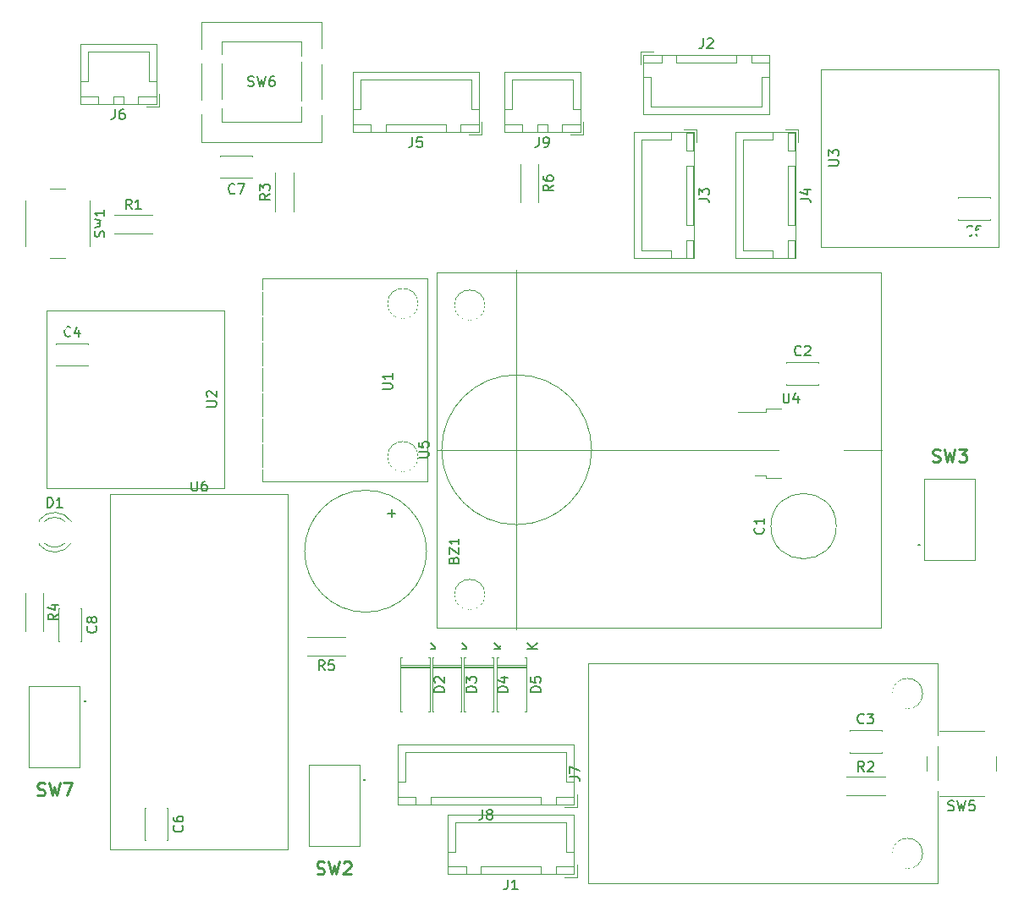
<source format=gto>
G04 #@! TF.GenerationSoftware,KiCad,Pcbnew,(5.1.10)-1*
G04 #@! TF.CreationDate,2021-11-09T22:33:31+09:00*
G04 #@! TF.ProjectId,Heracles.main,48657261-636c-4657-932e-6d61696e2e6b,rev?*
G04 #@! TF.SameCoordinates,Original*
G04 #@! TF.FileFunction,Legend,Top*
G04 #@! TF.FilePolarity,Positive*
%FSLAX46Y46*%
G04 Gerber Fmt 4.6, Leading zero omitted, Abs format (unit mm)*
G04 Created by KiCad (PCBNEW (5.1.10)-1) date 2021-11-09 22:33:31*
%MOMM*%
%LPD*%
G01*
G04 APERTURE LIST*
%ADD10C,0.120000*%
%ADD11C,0.100000*%
%ADD12C,0.200000*%
%ADD13C,0.150000*%
%ADD14C,0.254000*%
%ADD15C,1.700000*%
%ADD16O,2.500000X1.700000*%
%ADD17C,3.000000*%
%ADD18C,1.600000*%
%ADD19R,1.600000X1.600000*%
%ADD20O,2.200000X2.200000*%
%ADD21R,2.200000X2.200000*%
%ADD22O,1.700000X1.950000*%
%ADD23R,6.400000X5.800000*%
%ADD24R,2.200000X1.200000*%
%ADD25C,1.635000*%
%ADD26C,2.000000*%
%ADD27O,1.400000X1.400000*%
%ADD28C,1.400000*%
%ADD29O,1.700000X2.000000*%
%ADD30O,1.950000X1.700000*%
%ADD31C,1.800000*%
%ADD32R,1.800000X1.800000*%
G04 APERTURE END LIST*
D10*
X111217000Y-67595000D02*
X123217000Y-67595000D01*
X111217000Y-55595000D02*
X111217000Y-67595000D01*
X123217000Y-55595000D02*
X111217000Y-55595000D01*
X123217000Y-67595000D02*
X123217000Y-55595000D01*
X121217000Y-65595000D02*
X121217000Y-57595000D01*
X121217000Y-57595000D02*
X113217000Y-57595000D01*
X113217000Y-57595000D02*
X113217000Y-65595000D01*
X113217000Y-65595000D02*
X121217000Y-65595000D01*
X117344000Y-81280000D02*
X117344000Y-101600000D01*
X117344000Y-101600000D02*
X133854000Y-101600000D01*
X133854000Y-101600000D02*
X133854000Y-81280000D01*
X133854000Y-81280000D02*
X117344000Y-81280000D01*
X132854000Y-83780000D02*
G75*
G03*
X132854000Y-83780000I-1500000J0D01*
G01*
X132854000Y-99100000D02*
G75*
G03*
X132854000Y-99100000I-1500000J0D01*
G01*
X102104000Y-102870000D02*
X102104000Y-138430000D01*
X119884000Y-102870000D02*
X102104000Y-102870000D01*
X119884000Y-138430000D02*
X119884000Y-102870000D01*
X102104000Y-138430000D02*
X119884000Y-138430000D01*
X133735000Y-108575000D02*
G75*
G03*
X133735000Y-108575000I-6100000J0D01*
G01*
X143580000Y-119200000D02*
X143710000Y-119200000D01*
X143710000Y-119200000D02*
X143710000Y-124640000D01*
X143710000Y-124640000D02*
X143580000Y-124640000D01*
X140900000Y-119200000D02*
X140770000Y-119200000D01*
X140770000Y-119200000D02*
X140770000Y-124640000D01*
X140770000Y-124640000D02*
X140900000Y-124640000D01*
X143710000Y-120100000D02*
X140770000Y-120100000D01*
X143710000Y-120220000D02*
X140770000Y-120220000D01*
X143710000Y-119980000D02*
X140770000Y-119980000D01*
X140274000Y-119200000D02*
X140404000Y-119200000D01*
X140404000Y-119200000D02*
X140404000Y-124640000D01*
X140404000Y-124640000D02*
X140274000Y-124640000D01*
X137594000Y-119200000D02*
X137464000Y-119200000D01*
X137464000Y-119200000D02*
X137464000Y-124640000D01*
X137464000Y-124640000D02*
X137594000Y-124640000D01*
X140404000Y-120100000D02*
X137464000Y-120100000D01*
X140404000Y-120220000D02*
X137464000Y-120220000D01*
X140404000Y-119980000D02*
X137464000Y-119980000D01*
X137099000Y-119200000D02*
X137229000Y-119200000D01*
X137229000Y-119200000D02*
X137229000Y-124640000D01*
X137229000Y-124640000D02*
X137099000Y-124640000D01*
X134419000Y-119200000D02*
X134289000Y-119200000D01*
X134289000Y-119200000D02*
X134289000Y-124640000D01*
X134289000Y-124640000D02*
X134419000Y-124640000D01*
X137229000Y-120100000D02*
X134289000Y-120100000D01*
X137229000Y-120220000D02*
X134289000Y-120220000D01*
X137229000Y-119980000D02*
X134289000Y-119980000D01*
X133924000Y-119200000D02*
X134054000Y-119200000D01*
X134054000Y-119200000D02*
X134054000Y-124640000D01*
X134054000Y-124640000D02*
X133924000Y-124640000D01*
X131244000Y-119200000D02*
X131114000Y-119200000D01*
X131114000Y-119200000D02*
X131114000Y-124640000D01*
X131114000Y-124640000D02*
X131244000Y-124640000D01*
X134054000Y-120100000D02*
X131114000Y-120100000D01*
X134054000Y-120220000D02*
X131114000Y-120220000D01*
X134054000Y-119980000D02*
X131114000Y-119980000D01*
X134744000Y-98420000D02*
X134744000Y-80640000D01*
X134744000Y-80640000D02*
X179194000Y-80640000D01*
X179194000Y-80640000D02*
X179194000Y-116200000D01*
X179194000Y-116200000D02*
X134744000Y-116200000D01*
X134744000Y-116200000D02*
X134744000Y-98420000D01*
X139546000Y-83942000D02*
G75*
G03*
X139546000Y-83942000I-1500000J0D01*
G01*
X139546000Y-112898000D02*
G75*
G03*
X139546000Y-112898000I-1500000J0D01*
G01*
X150244000Y-98420000D02*
G75*
G03*
X150244000Y-98420000I-7500000J0D01*
G01*
X134744000Y-98420000D02*
X179244000Y-98420000D01*
X142744000Y-116420000D02*
X142744000Y-80420000D01*
X148479000Y-133905000D02*
X148479000Y-127935000D01*
X148479000Y-127935000D02*
X130859000Y-127935000D01*
X130859000Y-127935000D02*
X130859000Y-133905000D01*
X130859000Y-133905000D02*
X148479000Y-133905000D01*
X145169000Y-133895000D02*
X145169000Y-133145000D01*
X145169000Y-133145000D02*
X134169000Y-133145000D01*
X134169000Y-133145000D02*
X134169000Y-133895000D01*
X134169000Y-133895000D02*
X145169000Y-133895000D01*
X148469000Y-133895000D02*
X148469000Y-133145000D01*
X148469000Y-133145000D02*
X146669000Y-133145000D01*
X146669000Y-133145000D02*
X146669000Y-133895000D01*
X146669000Y-133895000D02*
X148469000Y-133895000D01*
X132669000Y-133895000D02*
X132669000Y-133145000D01*
X132669000Y-133145000D02*
X130869000Y-133145000D01*
X130869000Y-133145000D02*
X130869000Y-133895000D01*
X130869000Y-133895000D02*
X132669000Y-133895000D01*
X148469000Y-131645000D02*
X147719000Y-131645000D01*
X147719000Y-131645000D02*
X147719000Y-128695000D01*
X147719000Y-128695000D02*
X139669000Y-128695000D01*
X130869000Y-131645000D02*
X131619000Y-131645000D01*
X131619000Y-131645000D02*
X131619000Y-128695000D01*
X131619000Y-128695000D02*
X139669000Y-128695000D01*
X147519000Y-134195000D02*
X148769000Y-134195000D01*
X148769000Y-134195000D02*
X148769000Y-132945000D01*
X169210000Y-94340000D02*
X167710000Y-94340000D01*
X167710000Y-94340000D02*
X167710000Y-94610000D01*
X167710000Y-94610000D02*
X164880000Y-94610000D01*
X169210000Y-101240000D02*
X167710000Y-101240000D01*
X167710000Y-101240000D02*
X167710000Y-100970000D01*
X167710000Y-100970000D02*
X166610000Y-100970000D01*
X173224000Y-78105000D02*
X173224000Y-60325000D01*
X173224000Y-60325000D02*
X191004000Y-60325000D01*
X191004000Y-60325000D02*
X191004000Y-78105000D01*
X191004000Y-78105000D02*
X173224000Y-78105000D01*
X113534000Y-84455000D02*
X113534000Y-102235000D01*
X113534000Y-102235000D02*
X95754000Y-102235000D01*
X95754000Y-102235000D02*
X95754000Y-84455000D01*
X95754000Y-84455000D02*
X113534000Y-84455000D01*
D11*
X99056000Y-122046000D02*
X93976000Y-122046000D01*
X93976000Y-122046000D02*
X93976000Y-130176000D01*
X93976000Y-130176000D02*
X99056000Y-130176000D01*
X99056000Y-130176000D02*
X99056000Y-122046000D01*
D12*
X99616000Y-123571000D02*
X99616000Y-123571000D01*
X99516000Y-123571000D02*
X99516000Y-123571000D01*
X99616000Y-123571000D02*
X99616000Y-123571000D01*
X99516000Y-123571000D02*
G75*
G02*
X99616000Y-123571000I50000J0D01*
G01*
X99616000Y-123571000D02*
G75*
G02*
X99516000Y-123571000I-50000J0D01*
G01*
X99516000Y-123571000D02*
G75*
G02*
X99616000Y-123571000I50000J0D01*
G01*
D10*
X189500000Y-126580000D02*
X185000000Y-126580000D01*
X190750000Y-130580000D02*
X190750000Y-129080000D01*
X185000000Y-133080000D02*
X189500000Y-133080000D01*
X183750000Y-129080000D02*
X183750000Y-130580000D01*
D11*
X183515000Y-109475000D02*
X188595000Y-109475000D01*
X188595000Y-109475000D02*
X188595000Y-101345000D01*
X188595000Y-101345000D02*
X183515000Y-101345000D01*
X183515000Y-101345000D02*
X183515000Y-109475000D01*
D12*
X182955000Y-107950000D02*
X182955000Y-107950000D01*
X183055000Y-107950000D02*
X183055000Y-107950000D01*
X182955000Y-107950000D02*
X182955000Y-107950000D01*
X183055000Y-107950000D02*
G75*
G02*
X182955000Y-107950000I-50000J0D01*
G01*
X182955000Y-107950000D02*
G75*
G02*
X183055000Y-107950000I50000J0D01*
G01*
X183055000Y-107950000D02*
G75*
G02*
X182955000Y-107950000I-50000J0D01*
G01*
D11*
X127000000Y-129920000D02*
X121920000Y-129920000D01*
X121920000Y-129920000D02*
X121920000Y-138050000D01*
X121920000Y-138050000D02*
X127000000Y-138050000D01*
X127000000Y-138050000D02*
X127000000Y-129920000D01*
D12*
X127560000Y-131445000D02*
X127560000Y-131445000D01*
X127460000Y-131445000D02*
X127460000Y-131445000D01*
X127560000Y-131445000D02*
X127560000Y-131445000D01*
X127460000Y-131445000D02*
G75*
G02*
X127560000Y-131445000I50000J0D01*
G01*
X127560000Y-131445000D02*
G75*
G02*
X127460000Y-131445000I-50000J0D01*
G01*
X127460000Y-131445000D02*
G75*
G02*
X127560000Y-131445000I50000J0D01*
G01*
D10*
X93556000Y-73517000D02*
X93556000Y-78017000D01*
X97556000Y-72267000D02*
X96056000Y-72267000D01*
X100056000Y-78017000D02*
X100056000Y-73517000D01*
X96056000Y-79267000D02*
X97556000Y-79267000D01*
X144934000Y-69835000D02*
X144934000Y-73675000D01*
X143094000Y-69835000D02*
X143094000Y-73675000D01*
X125614000Y-117190000D02*
X121774000Y-117190000D01*
X125614000Y-119030000D02*
X121774000Y-119030000D01*
X95404000Y-112761000D02*
X95404000Y-116601000D01*
X93564000Y-112761000D02*
X93564000Y-116601000D01*
X118583000Y-74564000D02*
X118583000Y-70724000D01*
X120423000Y-74564000D02*
X120423000Y-70724000D01*
X175749000Y-131160000D02*
X179589000Y-131160000D01*
X175749000Y-133000000D02*
X179589000Y-133000000D01*
X102470000Y-74899000D02*
X106310000Y-74899000D01*
X102470000Y-76739000D02*
X106310000Y-76739000D01*
X149114000Y-66595000D02*
X149114000Y-60625000D01*
X149114000Y-60625000D02*
X141494000Y-60625000D01*
X141494000Y-60625000D02*
X141494000Y-66595000D01*
X141494000Y-66595000D02*
X149114000Y-66595000D01*
X145804000Y-66585000D02*
X145804000Y-65835000D01*
X145804000Y-65835000D02*
X144804000Y-65835000D01*
X144804000Y-65835000D02*
X144804000Y-66585000D01*
X144804000Y-66585000D02*
X145804000Y-66585000D01*
X149104000Y-66585000D02*
X149104000Y-65835000D01*
X149104000Y-65835000D02*
X147304000Y-65835000D01*
X147304000Y-65835000D02*
X147304000Y-66585000D01*
X147304000Y-66585000D02*
X149104000Y-66585000D01*
X143304000Y-66585000D02*
X143304000Y-65835000D01*
X143304000Y-65835000D02*
X141504000Y-65835000D01*
X141504000Y-65835000D02*
X141504000Y-66585000D01*
X141504000Y-66585000D02*
X143304000Y-66585000D01*
X149104000Y-64335000D02*
X148354000Y-64335000D01*
X148354000Y-64335000D02*
X148354000Y-61385000D01*
X148354000Y-61385000D02*
X145304000Y-61385000D01*
X141504000Y-64335000D02*
X142254000Y-64335000D01*
X142254000Y-64335000D02*
X142254000Y-61385000D01*
X142254000Y-61385000D02*
X145304000Y-61385000D01*
X148154000Y-66885000D02*
X149404000Y-66885000D01*
X149404000Y-66885000D02*
X149404000Y-65635000D01*
X183360000Y-122810000D02*
G75*
G03*
X183360000Y-122810000I-1500000J0D01*
G01*
X183360000Y-138810000D02*
G75*
G03*
X183360000Y-138810000I-1500000J0D01*
G01*
X149860000Y-141810000D02*
X149860000Y-130810000D01*
X184860000Y-141810000D02*
X149860000Y-141810000D01*
X184860000Y-119810000D02*
X184860000Y-141810000D01*
X149860000Y-119810000D02*
X184860000Y-119810000D01*
X149860000Y-130810000D02*
X149860000Y-119810000D01*
X106986000Y-64091000D02*
X106986000Y-62841000D01*
X105736000Y-64091000D02*
X106986000Y-64091000D01*
X99836000Y-58591000D02*
X102886000Y-58591000D01*
X99836000Y-61541000D02*
X99836000Y-58591000D01*
X99086000Y-61541000D02*
X99836000Y-61541000D01*
X105936000Y-58591000D02*
X102886000Y-58591000D01*
X105936000Y-61541000D02*
X105936000Y-58591000D01*
X106686000Y-61541000D02*
X105936000Y-61541000D01*
X99086000Y-63791000D02*
X100886000Y-63791000D01*
X99086000Y-63041000D02*
X99086000Y-63791000D01*
X100886000Y-63041000D02*
X99086000Y-63041000D01*
X100886000Y-63791000D02*
X100886000Y-63041000D01*
X104886000Y-63791000D02*
X106686000Y-63791000D01*
X104886000Y-63041000D02*
X104886000Y-63791000D01*
X106686000Y-63041000D02*
X104886000Y-63041000D01*
X106686000Y-63791000D02*
X106686000Y-63041000D01*
X102386000Y-63791000D02*
X103386000Y-63791000D01*
X102386000Y-63041000D02*
X102386000Y-63791000D01*
X103386000Y-63041000D02*
X102386000Y-63041000D01*
X103386000Y-63791000D02*
X103386000Y-63041000D01*
X99076000Y-63801000D02*
X106696000Y-63801000D01*
X99076000Y-57831000D02*
X99076000Y-63801000D01*
X106696000Y-57831000D02*
X99076000Y-57831000D01*
X106696000Y-63801000D02*
X106696000Y-57831000D01*
X138954000Y-66595000D02*
X138954000Y-60625000D01*
X138954000Y-60625000D02*
X126334000Y-60625000D01*
X126334000Y-60625000D02*
X126334000Y-66595000D01*
X126334000Y-66595000D02*
X138954000Y-66595000D01*
X135644000Y-66585000D02*
X135644000Y-65835000D01*
X135644000Y-65835000D02*
X129644000Y-65835000D01*
X129644000Y-65835000D02*
X129644000Y-66585000D01*
X129644000Y-66585000D02*
X135644000Y-66585000D01*
X138944000Y-66585000D02*
X138944000Y-65835000D01*
X138944000Y-65835000D02*
X137144000Y-65835000D01*
X137144000Y-65835000D02*
X137144000Y-66585000D01*
X137144000Y-66585000D02*
X138944000Y-66585000D01*
X128144000Y-66585000D02*
X128144000Y-65835000D01*
X128144000Y-65835000D02*
X126344000Y-65835000D01*
X126344000Y-65835000D02*
X126344000Y-66585000D01*
X126344000Y-66585000D02*
X128144000Y-66585000D01*
X138944000Y-64335000D02*
X138194000Y-64335000D01*
X138194000Y-64335000D02*
X138194000Y-61385000D01*
X138194000Y-61385000D02*
X132644000Y-61385000D01*
X126344000Y-64335000D02*
X127094000Y-64335000D01*
X127094000Y-64335000D02*
X127094000Y-61385000D01*
X127094000Y-61385000D02*
X132644000Y-61385000D01*
X137994000Y-66885000D02*
X139244000Y-66885000D01*
X139244000Y-66885000D02*
X139244000Y-65635000D01*
X170604000Y-66655000D02*
X164634000Y-66655000D01*
X164634000Y-66655000D02*
X164634000Y-79275000D01*
X164634000Y-79275000D02*
X170604000Y-79275000D01*
X170604000Y-79275000D02*
X170604000Y-66655000D01*
X170594000Y-69965000D02*
X169844000Y-69965000D01*
X169844000Y-69965000D02*
X169844000Y-75965000D01*
X169844000Y-75965000D02*
X170594000Y-75965000D01*
X170594000Y-75965000D02*
X170594000Y-69965000D01*
X170594000Y-66665000D02*
X169844000Y-66665000D01*
X169844000Y-66665000D02*
X169844000Y-68465000D01*
X169844000Y-68465000D02*
X170594000Y-68465000D01*
X170594000Y-68465000D02*
X170594000Y-66665000D01*
X170594000Y-77465000D02*
X169844000Y-77465000D01*
X169844000Y-77465000D02*
X169844000Y-79265000D01*
X169844000Y-79265000D02*
X170594000Y-79265000D01*
X170594000Y-79265000D02*
X170594000Y-77465000D01*
X168344000Y-66665000D02*
X168344000Y-67415000D01*
X168344000Y-67415000D02*
X165394000Y-67415000D01*
X165394000Y-67415000D02*
X165394000Y-72965000D01*
X168344000Y-79265000D02*
X168344000Y-78515000D01*
X168344000Y-78515000D02*
X165394000Y-78515000D01*
X165394000Y-78515000D02*
X165394000Y-72965000D01*
X170894000Y-67615000D02*
X170894000Y-66365000D01*
X170894000Y-66365000D02*
X169644000Y-66365000D01*
X160444000Y-66655000D02*
X154474000Y-66655000D01*
X154474000Y-66655000D02*
X154474000Y-79275000D01*
X154474000Y-79275000D02*
X160444000Y-79275000D01*
X160444000Y-79275000D02*
X160444000Y-66655000D01*
X160434000Y-69965000D02*
X159684000Y-69965000D01*
X159684000Y-69965000D02*
X159684000Y-75965000D01*
X159684000Y-75965000D02*
X160434000Y-75965000D01*
X160434000Y-75965000D02*
X160434000Y-69965000D01*
X160434000Y-66665000D02*
X159684000Y-66665000D01*
X159684000Y-66665000D02*
X159684000Y-68465000D01*
X159684000Y-68465000D02*
X160434000Y-68465000D01*
X160434000Y-68465000D02*
X160434000Y-66665000D01*
X160434000Y-77465000D02*
X159684000Y-77465000D01*
X159684000Y-77465000D02*
X159684000Y-79265000D01*
X159684000Y-79265000D02*
X160434000Y-79265000D01*
X160434000Y-79265000D02*
X160434000Y-77465000D01*
X158184000Y-66665000D02*
X158184000Y-67415000D01*
X158184000Y-67415000D02*
X155234000Y-67415000D01*
X155234000Y-67415000D02*
X155234000Y-72965000D01*
X158184000Y-79265000D02*
X158184000Y-78515000D01*
X158184000Y-78515000D02*
X155234000Y-78515000D01*
X155234000Y-78515000D02*
X155234000Y-72965000D01*
X160734000Y-67615000D02*
X160734000Y-66365000D01*
X160734000Y-66365000D02*
X159484000Y-66365000D01*
X155424000Y-58881000D02*
X155424000Y-64851000D01*
X155424000Y-64851000D02*
X168044000Y-64851000D01*
X168044000Y-64851000D02*
X168044000Y-58881000D01*
X168044000Y-58881000D02*
X155424000Y-58881000D01*
X158734000Y-58891000D02*
X158734000Y-59641000D01*
X158734000Y-59641000D02*
X164734000Y-59641000D01*
X164734000Y-59641000D02*
X164734000Y-58891000D01*
X164734000Y-58891000D02*
X158734000Y-58891000D01*
X155434000Y-58891000D02*
X155434000Y-59641000D01*
X155434000Y-59641000D02*
X157234000Y-59641000D01*
X157234000Y-59641000D02*
X157234000Y-58891000D01*
X157234000Y-58891000D02*
X155434000Y-58891000D01*
X166234000Y-58891000D02*
X166234000Y-59641000D01*
X166234000Y-59641000D02*
X168034000Y-59641000D01*
X168034000Y-59641000D02*
X168034000Y-58891000D01*
X168034000Y-58891000D02*
X166234000Y-58891000D01*
X155434000Y-61141000D02*
X156184000Y-61141000D01*
X156184000Y-61141000D02*
X156184000Y-64091000D01*
X156184000Y-64091000D02*
X161734000Y-64091000D01*
X168034000Y-61141000D02*
X167284000Y-61141000D01*
X167284000Y-61141000D02*
X167284000Y-64091000D01*
X167284000Y-64091000D02*
X161734000Y-64091000D01*
X156384000Y-58591000D02*
X155134000Y-58591000D01*
X155134000Y-58591000D02*
X155134000Y-59841000D01*
X148479000Y-140890000D02*
X148479000Y-134920000D01*
X148479000Y-134920000D02*
X135859000Y-134920000D01*
X135859000Y-134920000D02*
X135859000Y-140890000D01*
X135859000Y-140890000D02*
X148479000Y-140890000D01*
X145169000Y-140880000D02*
X145169000Y-140130000D01*
X145169000Y-140130000D02*
X139169000Y-140130000D01*
X139169000Y-140130000D02*
X139169000Y-140880000D01*
X139169000Y-140880000D02*
X145169000Y-140880000D01*
X148469000Y-140880000D02*
X148469000Y-140130000D01*
X148469000Y-140130000D02*
X146669000Y-140130000D01*
X146669000Y-140130000D02*
X146669000Y-140880000D01*
X146669000Y-140880000D02*
X148469000Y-140880000D01*
X137669000Y-140880000D02*
X137669000Y-140130000D01*
X137669000Y-140130000D02*
X135869000Y-140130000D01*
X135869000Y-140130000D02*
X135869000Y-140880000D01*
X135869000Y-140880000D02*
X137669000Y-140880000D01*
X148469000Y-138630000D02*
X147719000Y-138630000D01*
X147719000Y-138630000D02*
X147719000Y-135680000D01*
X147719000Y-135680000D02*
X142169000Y-135680000D01*
X135869000Y-138630000D02*
X136619000Y-138630000D01*
X136619000Y-138630000D02*
X136619000Y-135680000D01*
X136619000Y-135680000D02*
X142169000Y-135680000D01*
X147519000Y-141180000D02*
X148769000Y-141180000D01*
X148769000Y-141180000D02*
X148769000Y-139930000D01*
X94960000Y-105444000D02*
X94960000Y-105600000D01*
X94960000Y-107760000D02*
X94960000Y-107916000D01*
X97561130Y-107759837D02*
G75*
G02*
X95479039Y-107760000I-1041130J1079837D01*
G01*
X97561130Y-105600163D02*
G75*
G03*
X95479039Y-105600000I-1041130J-1079837D01*
G01*
X98192335Y-107758608D02*
G75*
G02*
X94960000Y-107915516I-1672335J1078608D01*
G01*
X98192335Y-105601392D02*
G75*
G03*
X94960000Y-105444484I-1672335J-1078608D01*
G01*
X99160000Y-114311000D02*
X99160000Y-117551000D01*
X96920000Y-114311000D02*
X96920000Y-117551000D01*
X99160000Y-114311000D02*
X99095000Y-114311000D01*
X96985000Y-114311000D02*
X96920000Y-114311000D01*
X99160000Y-117551000D02*
X99095000Y-117551000D01*
X96985000Y-117551000D02*
X96920000Y-117551000D01*
X116317000Y-71224000D02*
X113077000Y-71224000D01*
X116317000Y-68984000D02*
X113077000Y-68984000D01*
X116317000Y-71224000D02*
X116317000Y-71159000D01*
X116317000Y-69049000D02*
X116317000Y-68984000D01*
X113077000Y-71224000D02*
X113077000Y-71159000D01*
X113077000Y-69049000D02*
X113077000Y-68984000D01*
X107800000Y-134250000D02*
X107800000Y-137490000D01*
X105560000Y-134250000D02*
X105560000Y-137490000D01*
X107800000Y-134250000D02*
X107735000Y-134250000D01*
X105625000Y-134250000D02*
X105560000Y-134250000D01*
X107800000Y-137490000D02*
X107735000Y-137490000D01*
X105625000Y-137490000D02*
X105560000Y-137490000D01*
X190104000Y-75415000D02*
X186864000Y-75415000D01*
X190104000Y-73175000D02*
X186864000Y-73175000D01*
X190104000Y-75415000D02*
X190104000Y-75350000D01*
X190104000Y-73240000D02*
X190104000Y-73175000D01*
X186864000Y-75415000D02*
X186864000Y-75350000D01*
X186864000Y-73240000D02*
X186864000Y-73175000D01*
X96654000Y-87780000D02*
X99894000Y-87780000D01*
X96654000Y-90020000D02*
X99894000Y-90020000D01*
X96654000Y-87780000D02*
X96654000Y-87845000D01*
X96654000Y-89955000D02*
X96654000Y-90020000D01*
X99894000Y-87780000D02*
X99894000Y-87845000D01*
X99894000Y-89955000D02*
X99894000Y-90020000D01*
X176029000Y-126515000D02*
X179269000Y-126515000D01*
X176029000Y-128755000D02*
X179269000Y-128755000D01*
X176029000Y-126515000D02*
X176029000Y-126580000D01*
X176029000Y-128690000D02*
X176029000Y-128755000D01*
X179269000Y-126515000D02*
X179269000Y-126580000D01*
X179269000Y-128690000D02*
X179269000Y-128755000D01*
X169719000Y-89685000D02*
X172959000Y-89685000D01*
X169719000Y-91925000D02*
X172959000Y-91925000D01*
X169719000Y-89685000D02*
X169719000Y-89750000D01*
X169719000Y-91860000D02*
X169719000Y-91925000D01*
X172959000Y-89685000D02*
X172959000Y-89750000D01*
X172959000Y-91860000D02*
X172959000Y-91925000D01*
X174720000Y-106065000D02*
G75*
G03*
X174720000Y-106065000I-3270000J0D01*
G01*
D13*
X115883666Y-61999761D02*
X116026523Y-62047380D01*
X116264619Y-62047380D01*
X116359857Y-61999761D01*
X116407476Y-61952142D01*
X116455095Y-61856904D01*
X116455095Y-61761666D01*
X116407476Y-61666428D01*
X116359857Y-61618809D01*
X116264619Y-61571190D01*
X116074142Y-61523571D01*
X115978904Y-61475952D01*
X115931285Y-61428333D01*
X115883666Y-61333095D01*
X115883666Y-61237857D01*
X115931285Y-61142619D01*
X115978904Y-61095000D01*
X116074142Y-61047380D01*
X116312238Y-61047380D01*
X116455095Y-61095000D01*
X116788428Y-61047380D02*
X117026523Y-62047380D01*
X117217000Y-61333095D01*
X117407476Y-62047380D01*
X117645571Y-61047380D01*
X118455095Y-61047380D02*
X118264619Y-61047380D01*
X118169380Y-61095000D01*
X118121761Y-61142619D01*
X118026523Y-61285476D01*
X117978904Y-61475952D01*
X117978904Y-61856904D01*
X118026523Y-61952142D01*
X118074142Y-61999761D01*
X118169380Y-62047380D01*
X118359857Y-62047380D01*
X118455095Y-61999761D01*
X118502714Y-61952142D01*
X118550333Y-61856904D01*
X118550333Y-61618809D01*
X118502714Y-61523571D01*
X118455095Y-61475952D01*
X118359857Y-61428333D01*
X118169380Y-61428333D01*
X118074142Y-61475952D01*
X118026523Y-61523571D01*
X117978904Y-61618809D01*
X129306380Y-92361904D02*
X130115904Y-92361904D01*
X130211142Y-92314285D01*
X130258761Y-92266666D01*
X130306380Y-92171428D01*
X130306380Y-91980952D01*
X130258761Y-91885714D01*
X130211142Y-91838095D01*
X130115904Y-91790476D01*
X129306380Y-91790476D01*
X130306380Y-90790476D02*
X130306380Y-91361904D01*
X130306380Y-91076190D02*
X129306380Y-91076190D01*
X129449238Y-91171428D01*
X129544476Y-91266666D01*
X129592095Y-91361904D01*
X110232095Y-101552380D02*
X110232095Y-102361904D01*
X110279714Y-102457142D01*
X110327333Y-102504761D01*
X110422571Y-102552380D01*
X110613047Y-102552380D01*
X110708285Y-102504761D01*
X110755904Y-102457142D01*
X110803523Y-102361904D01*
X110803523Y-101552380D01*
X111708285Y-101552380D02*
X111517809Y-101552380D01*
X111422571Y-101600000D01*
X111374952Y-101647619D01*
X111279714Y-101790476D01*
X111232095Y-101980952D01*
X111232095Y-102361904D01*
X111279714Y-102457142D01*
X111327333Y-102504761D01*
X111422571Y-102552380D01*
X111613047Y-102552380D01*
X111708285Y-102504761D01*
X111755904Y-102457142D01*
X111803523Y-102361904D01*
X111803523Y-102123809D01*
X111755904Y-102028571D01*
X111708285Y-101980952D01*
X111613047Y-101933333D01*
X111422571Y-101933333D01*
X111327333Y-101980952D01*
X111279714Y-102028571D01*
X111232095Y-102123809D01*
X136453571Y-109465952D02*
X136501190Y-109323095D01*
X136548809Y-109275476D01*
X136644047Y-109227857D01*
X136786904Y-109227857D01*
X136882142Y-109275476D01*
X136929761Y-109323095D01*
X136977380Y-109418333D01*
X136977380Y-109799285D01*
X135977380Y-109799285D01*
X135977380Y-109465952D01*
X136025000Y-109370714D01*
X136072619Y-109323095D01*
X136167857Y-109275476D01*
X136263095Y-109275476D01*
X136358333Y-109323095D01*
X136405952Y-109370714D01*
X136453571Y-109465952D01*
X136453571Y-109799285D01*
X135977380Y-108894523D02*
X135977380Y-108227857D01*
X136977380Y-108894523D01*
X136977380Y-108227857D01*
X136977380Y-107323095D02*
X136977380Y-107894523D01*
X136977380Y-107608809D02*
X135977380Y-107608809D01*
X136120238Y-107704047D01*
X136215476Y-107799285D01*
X136263095Y-107894523D01*
X130246428Y-105145952D02*
X130246428Y-104384047D01*
X130627380Y-104765000D02*
X129865476Y-104765000D01*
X145162380Y-122658095D02*
X144162380Y-122658095D01*
X144162380Y-122420000D01*
X144210000Y-122277142D01*
X144305238Y-122181904D01*
X144400476Y-122134285D01*
X144590952Y-122086666D01*
X144733809Y-122086666D01*
X144924285Y-122134285D01*
X145019523Y-122181904D01*
X145114761Y-122277142D01*
X145162380Y-122420000D01*
X145162380Y-122658095D01*
X144162380Y-121181904D02*
X144162380Y-121658095D01*
X144638571Y-121705714D01*
X144590952Y-121658095D01*
X144543333Y-121562857D01*
X144543333Y-121324761D01*
X144590952Y-121229523D01*
X144638571Y-121181904D01*
X144733809Y-121134285D01*
X144971904Y-121134285D01*
X145067142Y-121181904D01*
X145114761Y-121229523D01*
X145162380Y-121324761D01*
X145162380Y-121562857D01*
X145114761Y-121658095D01*
X145067142Y-121705714D01*
X144792380Y-118371904D02*
X143792380Y-118371904D01*
X144792380Y-117800476D02*
X144220952Y-118229047D01*
X143792380Y-117800476D02*
X144363809Y-118371904D01*
X141856380Y-122658095D02*
X140856380Y-122658095D01*
X140856380Y-122420000D01*
X140904000Y-122277142D01*
X140999238Y-122181904D01*
X141094476Y-122134285D01*
X141284952Y-122086666D01*
X141427809Y-122086666D01*
X141618285Y-122134285D01*
X141713523Y-122181904D01*
X141808761Y-122277142D01*
X141856380Y-122420000D01*
X141856380Y-122658095D01*
X141189714Y-121229523D02*
X141856380Y-121229523D01*
X140808761Y-121467619D02*
X141523047Y-121705714D01*
X141523047Y-121086666D01*
X141486380Y-118371904D02*
X140486380Y-118371904D01*
X141486380Y-117800476D02*
X140914952Y-118229047D01*
X140486380Y-117800476D02*
X141057809Y-118371904D01*
X138681380Y-122658095D02*
X137681380Y-122658095D01*
X137681380Y-122420000D01*
X137729000Y-122277142D01*
X137824238Y-122181904D01*
X137919476Y-122134285D01*
X138109952Y-122086666D01*
X138252809Y-122086666D01*
X138443285Y-122134285D01*
X138538523Y-122181904D01*
X138633761Y-122277142D01*
X138681380Y-122420000D01*
X138681380Y-122658095D01*
X137681380Y-121753333D02*
X137681380Y-121134285D01*
X138062333Y-121467619D01*
X138062333Y-121324761D01*
X138109952Y-121229523D01*
X138157571Y-121181904D01*
X138252809Y-121134285D01*
X138490904Y-121134285D01*
X138586142Y-121181904D01*
X138633761Y-121229523D01*
X138681380Y-121324761D01*
X138681380Y-121610476D01*
X138633761Y-121705714D01*
X138586142Y-121753333D01*
X138311380Y-118371904D02*
X137311380Y-118371904D01*
X138311380Y-117800476D02*
X137739952Y-118229047D01*
X137311380Y-117800476D02*
X137882809Y-118371904D01*
X135506380Y-122658095D02*
X134506380Y-122658095D01*
X134506380Y-122420000D01*
X134554000Y-122277142D01*
X134649238Y-122181904D01*
X134744476Y-122134285D01*
X134934952Y-122086666D01*
X135077809Y-122086666D01*
X135268285Y-122134285D01*
X135363523Y-122181904D01*
X135458761Y-122277142D01*
X135506380Y-122420000D01*
X135506380Y-122658095D01*
X134601619Y-121705714D02*
X134554000Y-121658095D01*
X134506380Y-121562857D01*
X134506380Y-121324761D01*
X134554000Y-121229523D01*
X134601619Y-121181904D01*
X134696857Y-121134285D01*
X134792095Y-121134285D01*
X134934952Y-121181904D01*
X135506380Y-121753333D01*
X135506380Y-121134285D01*
X135136380Y-118371904D02*
X134136380Y-118371904D01*
X135136380Y-117800476D02*
X134564952Y-118229047D01*
X134136380Y-117800476D02*
X134707809Y-118371904D01*
X132946380Y-99181904D02*
X133755904Y-99181904D01*
X133851142Y-99134285D01*
X133898761Y-99086666D01*
X133946380Y-98991428D01*
X133946380Y-98800952D01*
X133898761Y-98705714D01*
X133851142Y-98658095D01*
X133755904Y-98610476D01*
X132946380Y-98610476D01*
X132946380Y-97658095D02*
X132946380Y-98134285D01*
X133422571Y-98181904D01*
X133374952Y-98134285D01*
X133327333Y-98039047D01*
X133327333Y-97800952D01*
X133374952Y-97705714D01*
X133422571Y-97658095D01*
X133517809Y-97610476D01*
X133755904Y-97610476D01*
X133851142Y-97658095D01*
X133898761Y-97705714D01*
X133946380Y-97800952D01*
X133946380Y-98039047D01*
X133898761Y-98134285D01*
X133851142Y-98181904D01*
X139335666Y-134447380D02*
X139335666Y-135161666D01*
X139288047Y-135304523D01*
X139192809Y-135399761D01*
X139049952Y-135447380D01*
X138954714Y-135447380D01*
X139954714Y-134875952D02*
X139859476Y-134828333D01*
X139811857Y-134780714D01*
X139764238Y-134685476D01*
X139764238Y-134637857D01*
X139811857Y-134542619D01*
X139859476Y-134495000D01*
X139954714Y-134447380D01*
X140145190Y-134447380D01*
X140240428Y-134495000D01*
X140288047Y-134542619D01*
X140335666Y-134637857D01*
X140335666Y-134685476D01*
X140288047Y-134780714D01*
X140240428Y-134828333D01*
X140145190Y-134875952D01*
X139954714Y-134875952D01*
X139859476Y-134923571D01*
X139811857Y-134971190D01*
X139764238Y-135066428D01*
X139764238Y-135256904D01*
X139811857Y-135352142D01*
X139859476Y-135399761D01*
X139954714Y-135447380D01*
X140145190Y-135447380D01*
X140240428Y-135399761D01*
X140288047Y-135352142D01*
X140335666Y-135256904D01*
X140335666Y-135066428D01*
X140288047Y-134971190D01*
X140240428Y-134923571D01*
X140145190Y-134875952D01*
X169418095Y-92742380D02*
X169418095Y-93551904D01*
X169465714Y-93647142D01*
X169513333Y-93694761D01*
X169608571Y-93742380D01*
X169799047Y-93742380D01*
X169894285Y-93694761D01*
X169941904Y-93647142D01*
X169989523Y-93551904D01*
X169989523Y-92742380D01*
X170894285Y-93075714D02*
X170894285Y-93742380D01*
X170656190Y-92694761D02*
X170418095Y-93409047D01*
X171037142Y-93409047D01*
X173946380Y-69976904D02*
X174755904Y-69976904D01*
X174851142Y-69929285D01*
X174898761Y-69881666D01*
X174946380Y-69786428D01*
X174946380Y-69595952D01*
X174898761Y-69500714D01*
X174851142Y-69453095D01*
X174755904Y-69405476D01*
X173946380Y-69405476D01*
X173946380Y-69024523D02*
X173946380Y-68405476D01*
X174327333Y-68738809D01*
X174327333Y-68595952D01*
X174374952Y-68500714D01*
X174422571Y-68453095D01*
X174517809Y-68405476D01*
X174755904Y-68405476D01*
X174851142Y-68453095D01*
X174898761Y-68500714D01*
X174946380Y-68595952D01*
X174946380Y-68881666D01*
X174898761Y-68976904D01*
X174851142Y-69024523D01*
X111716380Y-94106904D02*
X112525904Y-94106904D01*
X112621142Y-94059285D01*
X112668761Y-94011666D01*
X112716380Y-93916428D01*
X112716380Y-93725952D01*
X112668761Y-93630714D01*
X112621142Y-93583095D01*
X112525904Y-93535476D01*
X111716380Y-93535476D01*
X111811619Y-93106904D02*
X111764000Y-93059285D01*
X111716380Y-92964047D01*
X111716380Y-92725952D01*
X111764000Y-92630714D01*
X111811619Y-92583095D01*
X111906857Y-92535476D01*
X112002095Y-92535476D01*
X112144952Y-92583095D01*
X112716380Y-93154523D01*
X112716380Y-92535476D01*
D14*
X94822666Y-132975047D02*
X95004095Y-133035523D01*
X95306476Y-133035523D01*
X95427428Y-132975047D01*
X95487904Y-132914571D01*
X95548380Y-132793619D01*
X95548380Y-132672666D01*
X95487904Y-132551714D01*
X95427428Y-132491238D01*
X95306476Y-132430761D01*
X95064571Y-132370285D01*
X94943619Y-132309809D01*
X94883142Y-132249333D01*
X94822666Y-132128380D01*
X94822666Y-132007428D01*
X94883142Y-131886476D01*
X94943619Y-131826000D01*
X95064571Y-131765523D01*
X95366952Y-131765523D01*
X95548380Y-131826000D01*
X95971714Y-131765523D02*
X96274095Y-133035523D01*
X96516000Y-132128380D01*
X96757904Y-133035523D01*
X97060285Y-131765523D01*
X97423142Y-131765523D02*
X98269809Y-131765523D01*
X97725523Y-133035523D01*
D13*
X185916666Y-134484761D02*
X186059523Y-134532380D01*
X186297619Y-134532380D01*
X186392857Y-134484761D01*
X186440476Y-134437142D01*
X186488095Y-134341904D01*
X186488095Y-134246666D01*
X186440476Y-134151428D01*
X186392857Y-134103809D01*
X186297619Y-134056190D01*
X186107142Y-134008571D01*
X186011904Y-133960952D01*
X185964285Y-133913333D01*
X185916666Y-133818095D01*
X185916666Y-133722857D01*
X185964285Y-133627619D01*
X186011904Y-133580000D01*
X186107142Y-133532380D01*
X186345238Y-133532380D01*
X186488095Y-133580000D01*
X186821428Y-133532380D02*
X187059523Y-134532380D01*
X187250000Y-133818095D01*
X187440476Y-134532380D01*
X187678571Y-133532380D01*
X188535714Y-133532380D02*
X188059523Y-133532380D01*
X188011904Y-134008571D01*
X188059523Y-133960952D01*
X188154761Y-133913333D01*
X188392857Y-133913333D01*
X188488095Y-133960952D01*
X188535714Y-134008571D01*
X188583333Y-134103809D01*
X188583333Y-134341904D01*
X188535714Y-134437142D01*
X188488095Y-134484761D01*
X188392857Y-134532380D01*
X188154761Y-134532380D01*
X188059523Y-134484761D01*
X188011904Y-134437142D01*
D14*
X184361666Y-99574047D02*
X184543095Y-99634523D01*
X184845476Y-99634523D01*
X184966428Y-99574047D01*
X185026904Y-99513571D01*
X185087380Y-99392619D01*
X185087380Y-99271666D01*
X185026904Y-99150714D01*
X184966428Y-99090238D01*
X184845476Y-99029761D01*
X184603571Y-98969285D01*
X184482619Y-98908809D01*
X184422142Y-98848333D01*
X184361666Y-98727380D01*
X184361666Y-98606428D01*
X184422142Y-98485476D01*
X184482619Y-98425000D01*
X184603571Y-98364523D01*
X184905952Y-98364523D01*
X185087380Y-98425000D01*
X185510714Y-98364523D02*
X185813095Y-99634523D01*
X186055000Y-98727380D01*
X186296904Y-99634523D01*
X186599285Y-98364523D01*
X186962142Y-98364523D02*
X187748333Y-98364523D01*
X187325000Y-98848333D01*
X187506428Y-98848333D01*
X187627380Y-98908809D01*
X187687857Y-98969285D01*
X187748333Y-99090238D01*
X187748333Y-99392619D01*
X187687857Y-99513571D01*
X187627380Y-99574047D01*
X187506428Y-99634523D01*
X187143571Y-99634523D01*
X187022619Y-99574047D01*
X186962142Y-99513571D01*
X122766666Y-140849047D02*
X122948095Y-140909523D01*
X123250476Y-140909523D01*
X123371428Y-140849047D01*
X123431904Y-140788571D01*
X123492380Y-140667619D01*
X123492380Y-140546666D01*
X123431904Y-140425714D01*
X123371428Y-140365238D01*
X123250476Y-140304761D01*
X123008571Y-140244285D01*
X122887619Y-140183809D01*
X122827142Y-140123333D01*
X122766666Y-140002380D01*
X122766666Y-139881428D01*
X122827142Y-139760476D01*
X122887619Y-139700000D01*
X123008571Y-139639523D01*
X123310952Y-139639523D01*
X123492380Y-139700000D01*
X123915714Y-139639523D02*
X124218095Y-140909523D01*
X124460000Y-140002380D01*
X124701904Y-140909523D01*
X125004285Y-139639523D01*
X125427619Y-139760476D02*
X125488095Y-139700000D01*
X125609047Y-139639523D01*
X125911428Y-139639523D01*
X126032380Y-139700000D01*
X126092857Y-139760476D01*
X126153333Y-139881428D01*
X126153333Y-140002380D01*
X126092857Y-140183809D01*
X125367142Y-140909523D01*
X126153333Y-140909523D01*
D13*
X101460761Y-77100333D02*
X101508380Y-76957476D01*
X101508380Y-76719380D01*
X101460761Y-76624142D01*
X101413142Y-76576523D01*
X101317904Y-76528904D01*
X101222666Y-76528904D01*
X101127428Y-76576523D01*
X101079809Y-76624142D01*
X101032190Y-76719380D01*
X100984571Y-76909857D01*
X100936952Y-77005095D01*
X100889333Y-77052714D01*
X100794095Y-77100333D01*
X100698857Y-77100333D01*
X100603619Y-77052714D01*
X100556000Y-77005095D01*
X100508380Y-76909857D01*
X100508380Y-76671761D01*
X100556000Y-76528904D01*
X100508380Y-76195571D02*
X101508380Y-75957476D01*
X100794095Y-75767000D01*
X101508380Y-75576523D01*
X100508380Y-75338428D01*
X101508380Y-74433666D02*
X101508380Y-75005095D01*
X101508380Y-74719380D02*
X100508380Y-74719380D01*
X100651238Y-74814619D01*
X100746476Y-74909857D01*
X100794095Y-75005095D01*
X146386380Y-71921666D02*
X145910190Y-72255000D01*
X146386380Y-72493095D02*
X145386380Y-72493095D01*
X145386380Y-72112142D01*
X145434000Y-72016904D01*
X145481619Y-71969285D01*
X145576857Y-71921666D01*
X145719714Y-71921666D01*
X145814952Y-71969285D01*
X145862571Y-72016904D01*
X145910190Y-72112142D01*
X145910190Y-72493095D01*
X145386380Y-71064523D02*
X145386380Y-71255000D01*
X145434000Y-71350238D01*
X145481619Y-71397857D01*
X145624476Y-71493095D01*
X145814952Y-71540714D01*
X146195904Y-71540714D01*
X146291142Y-71493095D01*
X146338761Y-71445476D01*
X146386380Y-71350238D01*
X146386380Y-71159761D01*
X146338761Y-71064523D01*
X146291142Y-71016904D01*
X146195904Y-70969285D01*
X145957809Y-70969285D01*
X145862571Y-71016904D01*
X145814952Y-71064523D01*
X145767333Y-71159761D01*
X145767333Y-71350238D01*
X145814952Y-71445476D01*
X145862571Y-71493095D01*
X145957809Y-71540714D01*
X123527333Y-120482380D02*
X123194000Y-120006190D01*
X122955904Y-120482380D02*
X122955904Y-119482380D01*
X123336857Y-119482380D01*
X123432095Y-119530000D01*
X123479714Y-119577619D01*
X123527333Y-119672857D01*
X123527333Y-119815714D01*
X123479714Y-119910952D01*
X123432095Y-119958571D01*
X123336857Y-120006190D01*
X122955904Y-120006190D01*
X124432095Y-119482380D02*
X123955904Y-119482380D01*
X123908285Y-119958571D01*
X123955904Y-119910952D01*
X124051142Y-119863333D01*
X124289238Y-119863333D01*
X124384476Y-119910952D01*
X124432095Y-119958571D01*
X124479714Y-120053809D01*
X124479714Y-120291904D01*
X124432095Y-120387142D01*
X124384476Y-120434761D01*
X124289238Y-120482380D01*
X124051142Y-120482380D01*
X123955904Y-120434761D01*
X123908285Y-120387142D01*
X96856380Y-114847666D02*
X96380190Y-115181000D01*
X96856380Y-115419095D02*
X95856380Y-115419095D01*
X95856380Y-115038142D01*
X95904000Y-114942904D01*
X95951619Y-114895285D01*
X96046857Y-114847666D01*
X96189714Y-114847666D01*
X96284952Y-114895285D01*
X96332571Y-114942904D01*
X96380190Y-115038142D01*
X96380190Y-115419095D01*
X96189714Y-113990523D02*
X96856380Y-113990523D01*
X95808761Y-114228619D02*
X96523047Y-114466714D01*
X96523047Y-113847666D01*
X118035380Y-72810666D02*
X117559190Y-73144000D01*
X118035380Y-73382095D02*
X117035380Y-73382095D01*
X117035380Y-73001142D01*
X117083000Y-72905904D01*
X117130619Y-72858285D01*
X117225857Y-72810666D01*
X117368714Y-72810666D01*
X117463952Y-72858285D01*
X117511571Y-72905904D01*
X117559190Y-73001142D01*
X117559190Y-73382095D01*
X117035380Y-72477333D02*
X117035380Y-71858285D01*
X117416333Y-72191619D01*
X117416333Y-72048761D01*
X117463952Y-71953523D01*
X117511571Y-71905904D01*
X117606809Y-71858285D01*
X117844904Y-71858285D01*
X117940142Y-71905904D01*
X117987761Y-71953523D01*
X118035380Y-72048761D01*
X118035380Y-72334476D01*
X117987761Y-72429714D01*
X117940142Y-72477333D01*
X177502333Y-130612380D02*
X177169000Y-130136190D01*
X176930904Y-130612380D02*
X176930904Y-129612380D01*
X177311857Y-129612380D01*
X177407095Y-129660000D01*
X177454714Y-129707619D01*
X177502333Y-129802857D01*
X177502333Y-129945714D01*
X177454714Y-130040952D01*
X177407095Y-130088571D01*
X177311857Y-130136190D01*
X176930904Y-130136190D01*
X177883285Y-129707619D02*
X177930904Y-129660000D01*
X178026142Y-129612380D01*
X178264238Y-129612380D01*
X178359476Y-129660000D01*
X178407095Y-129707619D01*
X178454714Y-129802857D01*
X178454714Y-129898095D01*
X178407095Y-130040952D01*
X177835666Y-130612380D01*
X178454714Y-130612380D01*
X104223333Y-74351380D02*
X103890000Y-73875190D01*
X103651904Y-74351380D02*
X103651904Y-73351380D01*
X104032857Y-73351380D01*
X104128095Y-73399000D01*
X104175714Y-73446619D01*
X104223333Y-73541857D01*
X104223333Y-73684714D01*
X104175714Y-73779952D01*
X104128095Y-73827571D01*
X104032857Y-73875190D01*
X103651904Y-73875190D01*
X105175714Y-74351380D02*
X104604285Y-74351380D01*
X104890000Y-74351380D02*
X104890000Y-73351380D01*
X104794761Y-73494238D01*
X104699523Y-73589476D01*
X104604285Y-73637095D01*
X144970666Y-67137380D02*
X144970666Y-67851666D01*
X144923047Y-67994523D01*
X144827809Y-68089761D01*
X144684952Y-68137380D01*
X144589714Y-68137380D01*
X145494476Y-68137380D02*
X145684952Y-68137380D01*
X145780190Y-68089761D01*
X145827809Y-68042142D01*
X145923047Y-67899285D01*
X145970666Y-67708809D01*
X145970666Y-67327857D01*
X145923047Y-67232619D01*
X145875428Y-67185000D01*
X145780190Y-67137380D01*
X145589714Y-67137380D01*
X145494476Y-67185000D01*
X145446857Y-67232619D01*
X145399238Y-67327857D01*
X145399238Y-67565952D01*
X145446857Y-67661190D01*
X145494476Y-67708809D01*
X145589714Y-67756428D01*
X145780190Y-67756428D01*
X145875428Y-67708809D01*
X145923047Y-67661190D01*
X145970666Y-67565952D01*
X148042380Y-131143333D02*
X148756666Y-131143333D01*
X148899523Y-131190952D01*
X148994761Y-131286190D01*
X149042380Y-131429047D01*
X149042380Y-131524285D01*
X148042380Y-130762380D02*
X148042380Y-130095714D01*
X149042380Y-130524285D01*
X102552666Y-64343380D02*
X102552666Y-65057666D01*
X102505047Y-65200523D01*
X102409809Y-65295761D01*
X102266952Y-65343380D01*
X102171714Y-65343380D01*
X103457428Y-64343380D02*
X103266952Y-64343380D01*
X103171714Y-64391000D01*
X103124095Y-64438619D01*
X103028857Y-64581476D01*
X102981238Y-64771952D01*
X102981238Y-65152904D01*
X103028857Y-65248142D01*
X103076476Y-65295761D01*
X103171714Y-65343380D01*
X103362190Y-65343380D01*
X103457428Y-65295761D01*
X103505047Y-65248142D01*
X103552666Y-65152904D01*
X103552666Y-64914809D01*
X103505047Y-64819571D01*
X103457428Y-64771952D01*
X103362190Y-64724333D01*
X103171714Y-64724333D01*
X103076476Y-64771952D01*
X103028857Y-64819571D01*
X102981238Y-64914809D01*
X132310666Y-67137380D02*
X132310666Y-67851666D01*
X132263047Y-67994523D01*
X132167809Y-68089761D01*
X132024952Y-68137380D01*
X131929714Y-68137380D01*
X133263047Y-67137380D02*
X132786857Y-67137380D01*
X132739238Y-67613571D01*
X132786857Y-67565952D01*
X132882095Y-67518333D01*
X133120190Y-67518333D01*
X133215428Y-67565952D01*
X133263047Y-67613571D01*
X133310666Y-67708809D01*
X133310666Y-67946904D01*
X133263047Y-68042142D01*
X133215428Y-68089761D01*
X133120190Y-68137380D01*
X132882095Y-68137380D01*
X132786857Y-68089761D01*
X132739238Y-68042142D01*
X171146380Y-73298333D02*
X171860666Y-73298333D01*
X172003523Y-73345952D01*
X172098761Y-73441190D01*
X172146380Y-73584047D01*
X172146380Y-73679285D01*
X171479714Y-72393571D02*
X172146380Y-72393571D01*
X171098761Y-72631666D02*
X171813047Y-72869761D01*
X171813047Y-72250714D01*
X160986380Y-73298333D02*
X161700666Y-73298333D01*
X161843523Y-73345952D01*
X161938761Y-73441190D01*
X161986380Y-73584047D01*
X161986380Y-73679285D01*
X160986380Y-72917380D02*
X160986380Y-72298333D01*
X161367333Y-72631666D01*
X161367333Y-72488809D01*
X161414952Y-72393571D01*
X161462571Y-72345952D01*
X161557809Y-72298333D01*
X161795904Y-72298333D01*
X161891142Y-72345952D01*
X161938761Y-72393571D01*
X161986380Y-72488809D01*
X161986380Y-72774523D01*
X161938761Y-72869761D01*
X161891142Y-72917380D01*
X161400666Y-57243380D02*
X161400666Y-57957666D01*
X161353047Y-58100523D01*
X161257809Y-58195761D01*
X161114952Y-58243380D01*
X161019714Y-58243380D01*
X161829238Y-57338619D02*
X161876857Y-57291000D01*
X161972095Y-57243380D01*
X162210190Y-57243380D01*
X162305428Y-57291000D01*
X162353047Y-57338619D01*
X162400666Y-57433857D01*
X162400666Y-57529095D01*
X162353047Y-57671952D01*
X161781619Y-58243380D01*
X162400666Y-58243380D01*
X141835666Y-141432380D02*
X141835666Y-142146666D01*
X141788047Y-142289523D01*
X141692809Y-142384761D01*
X141549952Y-142432380D01*
X141454714Y-142432380D01*
X142835666Y-142432380D02*
X142264238Y-142432380D01*
X142549952Y-142432380D02*
X142549952Y-141432380D01*
X142454714Y-141575238D01*
X142359476Y-141670476D01*
X142264238Y-141718095D01*
X95781904Y-104172380D02*
X95781904Y-103172380D01*
X96020000Y-103172380D01*
X96162857Y-103220000D01*
X96258095Y-103315238D01*
X96305714Y-103410476D01*
X96353333Y-103600952D01*
X96353333Y-103743809D01*
X96305714Y-103934285D01*
X96258095Y-104029523D01*
X96162857Y-104124761D01*
X96020000Y-104172380D01*
X95781904Y-104172380D01*
X97305714Y-104172380D02*
X96734285Y-104172380D01*
X97020000Y-104172380D02*
X97020000Y-103172380D01*
X96924761Y-103315238D01*
X96829523Y-103410476D01*
X96734285Y-103458095D01*
X100647142Y-116097666D02*
X100694761Y-116145285D01*
X100742380Y-116288142D01*
X100742380Y-116383380D01*
X100694761Y-116526238D01*
X100599523Y-116621476D01*
X100504285Y-116669095D01*
X100313809Y-116716714D01*
X100170952Y-116716714D01*
X99980476Y-116669095D01*
X99885238Y-116621476D01*
X99790000Y-116526238D01*
X99742380Y-116383380D01*
X99742380Y-116288142D01*
X99790000Y-116145285D01*
X99837619Y-116097666D01*
X100170952Y-115526238D02*
X100123333Y-115621476D01*
X100075714Y-115669095D01*
X99980476Y-115716714D01*
X99932857Y-115716714D01*
X99837619Y-115669095D01*
X99790000Y-115621476D01*
X99742380Y-115526238D01*
X99742380Y-115335761D01*
X99790000Y-115240523D01*
X99837619Y-115192904D01*
X99932857Y-115145285D01*
X99980476Y-115145285D01*
X100075714Y-115192904D01*
X100123333Y-115240523D01*
X100170952Y-115335761D01*
X100170952Y-115526238D01*
X100218571Y-115621476D01*
X100266190Y-115669095D01*
X100361428Y-115716714D01*
X100551904Y-115716714D01*
X100647142Y-115669095D01*
X100694761Y-115621476D01*
X100742380Y-115526238D01*
X100742380Y-115335761D01*
X100694761Y-115240523D01*
X100647142Y-115192904D01*
X100551904Y-115145285D01*
X100361428Y-115145285D01*
X100266190Y-115192904D01*
X100218571Y-115240523D01*
X100170952Y-115335761D01*
X114530333Y-72711142D02*
X114482714Y-72758761D01*
X114339857Y-72806380D01*
X114244619Y-72806380D01*
X114101761Y-72758761D01*
X114006523Y-72663523D01*
X113958904Y-72568285D01*
X113911285Y-72377809D01*
X113911285Y-72234952D01*
X113958904Y-72044476D01*
X114006523Y-71949238D01*
X114101761Y-71854000D01*
X114244619Y-71806380D01*
X114339857Y-71806380D01*
X114482714Y-71854000D01*
X114530333Y-71901619D01*
X114863666Y-71806380D02*
X115530333Y-71806380D01*
X115101761Y-72806380D01*
X109287142Y-136036666D02*
X109334761Y-136084285D01*
X109382380Y-136227142D01*
X109382380Y-136322380D01*
X109334761Y-136465238D01*
X109239523Y-136560476D01*
X109144285Y-136608095D01*
X108953809Y-136655714D01*
X108810952Y-136655714D01*
X108620476Y-136608095D01*
X108525238Y-136560476D01*
X108430000Y-136465238D01*
X108382380Y-136322380D01*
X108382380Y-136227142D01*
X108430000Y-136084285D01*
X108477619Y-136036666D01*
X108382380Y-135179523D02*
X108382380Y-135370000D01*
X108430000Y-135465238D01*
X108477619Y-135512857D01*
X108620476Y-135608095D01*
X108810952Y-135655714D01*
X109191904Y-135655714D01*
X109287142Y-135608095D01*
X109334761Y-135560476D01*
X109382380Y-135465238D01*
X109382380Y-135274761D01*
X109334761Y-135179523D01*
X109287142Y-135131904D01*
X109191904Y-135084285D01*
X108953809Y-135084285D01*
X108858571Y-135131904D01*
X108810952Y-135179523D01*
X108763333Y-135274761D01*
X108763333Y-135465238D01*
X108810952Y-135560476D01*
X108858571Y-135608095D01*
X108953809Y-135655714D01*
X188317333Y-76902142D02*
X188269714Y-76949761D01*
X188126857Y-76997380D01*
X188031619Y-76997380D01*
X187888761Y-76949761D01*
X187793523Y-76854523D01*
X187745904Y-76759285D01*
X187698285Y-76568809D01*
X187698285Y-76425952D01*
X187745904Y-76235476D01*
X187793523Y-76140238D01*
X187888761Y-76045000D01*
X188031619Y-75997380D01*
X188126857Y-75997380D01*
X188269714Y-76045000D01*
X188317333Y-76092619D01*
X189222095Y-75997380D02*
X188745904Y-75997380D01*
X188698285Y-76473571D01*
X188745904Y-76425952D01*
X188841142Y-76378333D01*
X189079238Y-76378333D01*
X189174476Y-76425952D01*
X189222095Y-76473571D01*
X189269714Y-76568809D01*
X189269714Y-76806904D01*
X189222095Y-76902142D01*
X189174476Y-76949761D01*
X189079238Y-76997380D01*
X188841142Y-76997380D01*
X188745904Y-76949761D01*
X188698285Y-76902142D01*
X98107333Y-87007142D02*
X98059714Y-87054761D01*
X97916857Y-87102380D01*
X97821619Y-87102380D01*
X97678761Y-87054761D01*
X97583523Y-86959523D01*
X97535904Y-86864285D01*
X97488285Y-86673809D01*
X97488285Y-86530952D01*
X97535904Y-86340476D01*
X97583523Y-86245238D01*
X97678761Y-86150000D01*
X97821619Y-86102380D01*
X97916857Y-86102380D01*
X98059714Y-86150000D01*
X98107333Y-86197619D01*
X98964476Y-86435714D02*
X98964476Y-87102380D01*
X98726380Y-86054761D02*
X98488285Y-86769047D01*
X99107333Y-86769047D01*
X177482333Y-125742142D02*
X177434714Y-125789761D01*
X177291857Y-125837380D01*
X177196619Y-125837380D01*
X177053761Y-125789761D01*
X176958523Y-125694523D01*
X176910904Y-125599285D01*
X176863285Y-125408809D01*
X176863285Y-125265952D01*
X176910904Y-125075476D01*
X176958523Y-124980238D01*
X177053761Y-124885000D01*
X177196619Y-124837380D01*
X177291857Y-124837380D01*
X177434714Y-124885000D01*
X177482333Y-124932619D01*
X177815666Y-124837380D02*
X178434714Y-124837380D01*
X178101380Y-125218333D01*
X178244238Y-125218333D01*
X178339476Y-125265952D01*
X178387095Y-125313571D01*
X178434714Y-125408809D01*
X178434714Y-125646904D01*
X178387095Y-125742142D01*
X178339476Y-125789761D01*
X178244238Y-125837380D01*
X177958523Y-125837380D01*
X177863285Y-125789761D01*
X177815666Y-125742142D01*
X171172333Y-88912142D02*
X171124714Y-88959761D01*
X170981857Y-89007380D01*
X170886619Y-89007380D01*
X170743761Y-88959761D01*
X170648523Y-88864523D01*
X170600904Y-88769285D01*
X170553285Y-88578809D01*
X170553285Y-88435952D01*
X170600904Y-88245476D01*
X170648523Y-88150238D01*
X170743761Y-88055000D01*
X170886619Y-88007380D01*
X170981857Y-88007380D01*
X171124714Y-88055000D01*
X171172333Y-88102619D01*
X171553285Y-88102619D02*
X171600904Y-88055000D01*
X171696142Y-88007380D01*
X171934238Y-88007380D01*
X172029476Y-88055000D01*
X172077095Y-88102619D01*
X172124714Y-88197857D01*
X172124714Y-88293095D01*
X172077095Y-88435952D01*
X171505666Y-89007380D01*
X172124714Y-89007380D01*
X167407142Y-106231666D02*
X167454761Y-106279285D01*
X167502380Y-106422142D01*
X167502380Y-106517380D01*
X167454761Y-106660238D01*
X167359523Y-106755476D01*
X167264285Y-106803095D01*
X167073809Y-106850714D01*
X166930952Y-106850714D01*
X166740476Y-106803095D01*
X166645238Y-106755476D01*
X166550000Y-106660238D01*
X166502380Y-106517380D01*
X166502380Y-106422142D01*
X166550000Y-106279285D01*
X166597619Y-106231666D01*
X167502380Y-105279285D02*
X167502380Y-105850714D01*
X167502380Y-105565000D02*
X166502380Y-105565000D01*
X166645238Y-105660238D01*
X166740476Y-105755476D01*
X166788095Y-105850714D01*
%LPC*%
D15*
X113967000Y-59345000D03*
X113967000Y-63845000D03*
X120467000Y-59345000D03*
X120467000Y-63845000D03*
X110867000Y-64135000D03*
X110867000Y-59055000D03*
X123567000Y-59055000D03*
X123567000Y-64135000D03*
D16*
X118614000Y-82550000D03*
X118614000Y-85090000D03*
X118614000Y-87630000D03*
X118614000Y-90170000D03*
X118614000Y-92710000D03*
X118614000Y-95250000D03*
X118614000Y-97790000D03*
X118614000Y-100330000D03*
D17*
X131354000Y-99100000D03*
X131354000Y-83780000D03*
D15*
X103374000Y-137160000D03*
X103374000Y-134620000D03*
X103374000Y-132080000D03*
X103374000Y-129540000D03*
X103374000Y-127000000D03*
X103374000Y-124460000D03*
X103374000Y-121920000D03*
X103374000Y-119380000D03*
X103374000Y-116840000D03*
X103374000Y-114300000D03*
X103374000Y-111760000D03*
X103374000Y-109220000D03*
X103374000Y-106680000D03*
X103374000Y-104140000D03*
X118614000Y-104140000D03*
X118614000Y-106680000D03*
X118614000Y-109220000D03*
X118614000Y-111760000D03*
X118614000Y-114300000D03*
X118614000Y-116840000D03*
X118614000Y-119380000D03*
X118614000Y-121920000D03*
X118614000Y-124460000D03*
X118614000Y-127000000D03*
X118614000Y-129540000D03*
X118614000Y-132080000D03*
X118614000Y-134620000D03*
X118614000Y-137160000D03*
D18*
X127635000Y-112375000D03*
D19*
X127635000Y-104775000D03*
D20*
X142240000Y-125730000D03*
D21*
X142240000Y-118110000D03*
D20*
X138934000Y-125730000D03*
D21*
X138934000Y-118110000D03*
D20*
X135759000Y-125730000D03*
D21*
X135759000Y-118110000D03*
D20*
X132584000Y-125730000D03*
D21*
X132584000Y-118110000D03*
D15*
X159763000Y-114549000D03*
X162303000Y-114549000D03*
X164843000Y-114549000D03*
X167383000Y-114549000D03*
X169923000Y-114549000D03*
X172463000Y-114549000D03*
X175003000Y-114549000D03*
X177543000Y-114549000D03*
X159763000Y-82291000D03*
X162303000Y-82291000D03*
X164843000Y-82291000D03*
X167383000Y-82291000D03*
X169923000Y-82291000D03*
X172463000Y-82291000D03*
X175003000Y-82291000D03*
X177543000Y-82291000D03*
D17*
X138046000Y-83942000D03*
X138046000Y-112898000D03*
D22*
X133419000Y-131445000D03*
X135919000Y-131445000D03*
X138419000Y-131445000D03*
X140919000Y-131445000D03*
X143419000Y-131445000D03*
G36*
G01*
X146769000Y-130720000D02*
X146769000Y-132170000D01*
G75*
G02*
X146519000Y-132420000I-250000J0D01*
G01*
X145319000Y-132420000D01*
G75*
G02*
X145069000Y-132170000I0J250000D01*
G01*
X145069000Y-130720000D01*
G75*
G02*
X145319000Y-130470000I250000J0D01*
G01*
X146519000Y-130470000D01*
G75*
G02*
X146769000Y-130720000I0J-250000D01*
G01*
G37*
D23*
X172280000Y-97790000D03*
D24*
X165980000Y-100070000D03*
X165980000Y-95510000D03*
D15*
X189734000Y-76835000D03*
X187194000Y-76835000D03*
X184654000Y-76835000D03*
X182114000Y-76835000D03*
X179574000Y-76835000D03*
X177034000Y-76835000D03*
X174494000Y-76835000D03*
X174494000Y-61595000D03*
X177034000Y-61595000D03*
X179574000Y-61595000D03*
X182114000Y-61595000D03*
X184654000Y-61595000D03*
X187194000Y-61595000D03*
X189734000Y-61595000D03*
X97024000Y-85725000D03*
X99564000Y-85725000D03*
X102104000Y-85725000D03*
X104644000Y-85725000D03*
X107184000Y-85725000D03*
X109724000Y-85725000D03*
X112264000Y-85725000D03*
X112264000Y-100965000D03*
X109724000Y-100965000D03*
X107184000Y-100965000D03*
X104644000Y-100965000D03*
X102104000Y-100965000D03*
X99564000Y-100965000D03*
X97024000Y-100965000D03*
D25*
X96516000Y-128651000D03*
X96516000Y-126111000D03*
X96516000Y-123571000D03*
D26*
X184000000Y-132080000D03*
X184000000Y-127580000D03*
X190500000Y-132080000D03*
X190500000Y-127580000D03*
D25*
X186055000Y-102870000D03*
X186055000Y-105410000D03*
X186055000Y-107950000D03*
X124460000Y-136525000D03*
X124460000Y-133985000D03*
X124460000Y-131445000D03*
D26*
X99056000Y-79017000D03*
X94556000Y-79017000D03*
X99056000Y-72517000D03*
X94556000Y-72517000D03*
D27*
X144014000Y-74295000D03*
D28*
X144014000Y-69215000D03*
X126234000Y-118110000D03*
D27*
X121154000Y-118110000D03*
X94484000Y-117221000D03*
D28*
X94484000Y-112141000D03*
D27*
X119503000Y-70104000D03*
D28*
X119503000Y-75184000D03*
D27*
X180209000Y-132080000D03*
D28*
X175129000Y-132080000D03*
D27*
X106930000Y-75819000D03*
D28*
X101850000Y-75819000D03*
D29*
X144054000Y-64135000D03*
G36*
G01*
X147404000Y-63385000D02*
X147404000Y-64885000D01*
G75*
G02*
X147154000Y-65135000I-250000J0D01*
G01*
X145954000Y-65135000D01*
G75*
G02*
X145704000Y-64885000I0J250000D01*
G01*
X145704000Y-63385000D01*
G75*
G02*
X145954000Y-63135000I250000J0D01*
G01*
X147154000Y-63135000D01*
G75*
G02*
X147404000Y-63385000I0J-250000D01*
G01*
G37*
D15*
X152400000Y-135890000D03*
X152400000Y-133350000D03*
X152400000Y-130810000D03*
X152400000Y-128270000D03*
X152400000Y-125730000D03*
D17*
X181860000Y-122810000D03*
X181860000Y-138810000D03*
G36*
G01*
X104986000Y-60591000D02*
X104986000Y-62091000D01*
G75*
G02*
X104736000Y-62341000I-250000J0D01*
G01*
X103536000Y-62341000D01*
G75*
G02*
X103286000Y-62091000I0J250000D01*
G01*
X103286000Y-60591000D01*
G75*
G02*
X103536000Y-60341000I250000J0D01*
G01*
X104736000Y-60341000D01*
G75*
G02*
X104986000Y-60591000I0J-250000D01*
G01*
G37*
D29*
X101636000Y-61341000D03*
D22*
X128894000Y-64135000D03*
X131394000Y-64135000D03*
X133894000Y-64135000D03*
G36*
G01*
X137244000Y-63410000D02*
X137244000Y-64860000D01*
G75*
G02*
X136994000Y-65110000I-250000J0D01*
G01*
X135794000Y-65110000D01*
G75*
G02*
X135544000Y-64860000I0J250000D01*
G01*
X135544000Y-63410000D01*
G75*
G02*
X135794000Y-63160000I250000J0D01*
G01*
X136994000Y-63160000D01*
G75*
G02*
X137244000Y-63410000I0J-250000D01*
G01*
G37*
D30*
X168144000Y-76715000D03*
X168144000Y-74215000D03*
X168144000Y-71715000D03*
G36*
G01*
X167419000Y-68365000D02*
X168869000Y-68365000D01*
G75*
G02*
X169119000Y-68615000I0J-250000D01*
G01*
X169119000Y-69815000D01*
G75*
G02*
X168869000Y-70065000I-250000J0D01*
G01*
X167419000Y-70065000D01*
G75*
G02*
X167169000Y-69815000I0J250000D01*
G01*
X167169000Y-68615000D01*
G75*
G02*
X167419000Y-68365000I250000J0D01*
G01*
G37*
X157984000Y-76715000D03*
X157984000Y-74215000D03*
X157984000Y-71715000D03*
G36*
G01*
X157259000Y-68365000D02*
X158709000Y-68365000D01*
G75*
G02*
X158959000Y-68615000I0J-250000D01*
G01*
X158959000Y-69815000D01*
G75*
G02*
X158709000Y-70065000I-250000J0D01*
G01*
X157259000Y-70065000D01*
G75*
G02*
X157009000Y-69815000I0J250000D01*
G01*
X157009000Y-68615000D01*
G75*
G02*
X157259000Y-68365000I250000J0D01*
G01*
G37*
D22*
X165484000Y-61341000D03*
X162984000Y-61341000D03*
X160484000Y-61341000D03*
G36*
G01*
X157134000Y-62066000D02*
X157134000Y-60616000D01*
G75*
G02*
X157384000Y-60366000I250000J0D01*
G01*
X158584000Y-60366000D01*
G75*
G02*
X158834000Y-60616000I0J-250000D01*
G01*
X158834000Y-62066000D01*
G75*
G02*
X158584000Y-62316000I-250000J0D01*
G01*
X157384000Y-62316000D01*
G75*
G02*
X157134000Y-62066000I0J250000D01*
G01*
G37*
X138419000Y-138430000D03*
X140919000Y-138430000D03*
X143419000Y-138430000D03*
G36*
G01*
X146769000Y-137705000D02*
X146769000Y-139155000D01*
G75*
G02*
X146519000Y-139405000I-250000J0D01*
G01*
X145319000Y-139405000D01*
G75*
G02*
X145069000Y-139155000I0J250000D01*
G01*
X145069000Y-137705000D01*
G75*
G02*
X145319000Y-137455000I250000J0D01*
G01*
X146519000Y-137455000D01*
G75*
G02*
X146769000Y-137705000I0J-250000D01*
G01*
G37*
D31*
X97790000Y-106680000D03*
D32*
X95250000Y-106680000D03*
D18*
X98040000Y-117181000D03*
X98040000Y-114681000D03*
X113447000Y-70104000D03*
X115947000Y-70104000D03*
X106680000Y-137120000D03*
X106680000Y-134620000D03*
X187234000Y-74295000D03*
X189734000Y-74295000D03*
X99524000Y-88900000D03*
X97024000Y-88900000D03*
X178899000Y-127635000D03*
X176399000Y-127635000D03*
X172589000Y-90805000D03*
X170089000Y-90805000D03*
X171450000Y-104815000D03*
X171450000Y-107315000D03*
M02*

</source>
